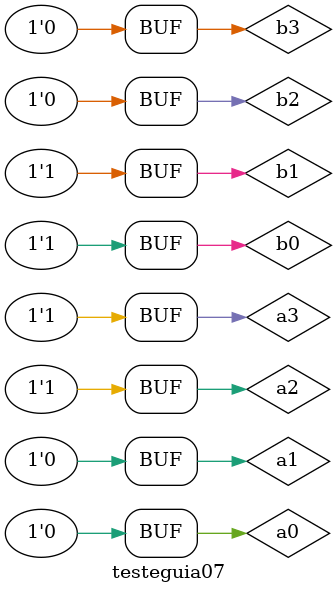
<source format=v>



module halfadder ( resto,vai1,		a,b );
	output resto,vai1;
	input a,b;
	
	xor XOR1 ( resto, 	a,b );
	and AND1 ( vai1,		a,b );
	
endmodule//halfadder

//---------------------

module fulladder ( resto,vai1,		vem1,a,b );
	output resto,vai1;
	input vem1,a,b;
	wire w1,w2,w3;
	
	xor XOR1 ( w1,			a,b);
	and AND1 ( w2,			a,b);
	xor XOR2 ( resto,		w1,vem1);
	and AND2 ( w3,			w1,vem1);
	or OR1 	( vai1,		w2,w3);
	
endmodule//fulladder

//---------------------

module completeadder ( s4,s3,s2,s1,s0,		a3,a2,a1,a0 );
	output s4,s3,s2,s1,s0;
	input a3,a2,a1,a0;
	wire w1,w2,w3,w4,w5,w6,w7,w8,w9;
	
	halfadder HALF1 ( s0,w1,	a0,1 );
	fulladder FULL1 ( s1,w2,	w1,a1,0 );
	fulladder FULL2 ( s2,w3,	w2,a2,0 );
	fulladder FULL3 ( s3,s4,	w3,a3,0 );

endmodule//completeadder

//---------------------
//--MODULO PRINCIPAL--
//---------------------

module testeguia07;
	reg a3,a2,a1,a0,  b3,b2,b1,b0;
	wire w1,w2,w3,w4,w5,w6,w7,w8,w9,w10;
	
	completeadder COMPLE1 ( w1,w2,w3,w4,w5,	 		a3,a2,a1,a0);
	completeadder COMPLE2 ( w6,w7,w8,w9,w10,	 		b3,b2,b1,b0);
	
initial begin:start
end

//---------------------
//---PARTE PRINCIPAL---
//---------------------

initial begin:main
	$display ("Guia07 - Programa1");
	$display ("Henrique Carvalho Parreira		347133\n");
	$display ("Relatorio de Testes");
	#1	a3=0;a2=0;a1=0;a0=0;  b3=0;b2=0;b1=0;b0=0;
	$monitor ("A [%b | %b %b %b] => %b-Ac-[%b | %b %b %b] 	B[%b | %b %b %b] => %b-Bc[%b | %b %b %b]", a3,a2,a1,a0,		 w1,w2,w3,w4,w5,			b3,b2,b1,b0,			w6,w7,w8,w9,w10 );
	#1 a0 = 1;
	#1 b0 = 1;
	#1 a0 = 0; a1 = 1; b2 = 1;
	#1 a2=1; a3=1; a1=0; b2=0; b1=1; b0=1;
	
end
endmodule


//---------------------
//-RELATORIO DE TESTES-
//---------------------
/*
	 A [0 | 0 0 0] => 0-Ac-[0 | 0 0 1] 	B[0 | 0 0 0] => 0-Bc[0 | 0 0 1]
    A [0 | 0 0 1] => 0-Ac-[0 | 0 1 0] 	B[0 | 0 0 0] => 0-Bc[0 | 0 0 1]
    A [0 | 0 0 1] => 0-Ac-[0 | 0 1 0] 	B[0 | 0 0 1] => 0-Bc[0 | 0 1 0]
    A [0 | 0 1 0] => 0-Ac-[0 | 0 1 1] 	B[0 | 1 0 1] => 0-Bc[0 | 1 1 0]
    A [1 | 1 0 0] => 0-Ac-[1 | 1 0 1] 	B[0 | 0 1 1] => 0-Bc[0 | 1 0 0]
*/
</source>
